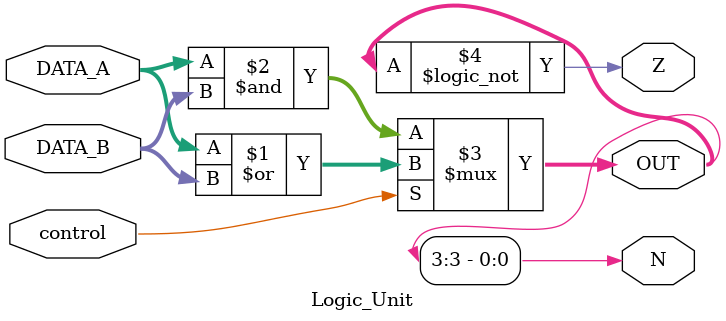
<source format=v>
module Logic_Unit #(parameter W=4) (
    input  [W-1:0] DATA_A,
    input  [W-1:0] DATA_B,
    input  control, // 0 for AND, 1 for OR
    output [W-1:0] OUT,
    output N, Z
);

    // Perform bitwise operation based on control signal
    assign OUT = control ? (DATA_A | DATA_B) : (DATA_A & DATA_B);
    
    // Negative flag: Set if the most significant bit (MSB) is 1
    assign N = OUT[W-1];
    
    // Zero flag: Set if OUT is all zeros
    assign Z = (OUT == 0);
    
endmodule

</source>
